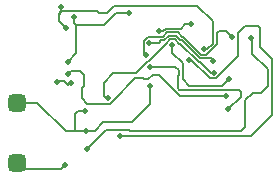
<source format=gbr>
G04*
G04 #@! TF.GenerationSoftware,Altium Limited,Altium Designer,20.0.10 (225)*
G04*
G04 Layer_Physical_Order=3*
G04 Layer_Color=36540*
%FSLAX44Y44*%
%MOMM*%
G71*
G01*
G75*
%ADD12C,0.2000*%
%ADD13C,0.1500*%
G04:AMPARAMS|DCode=31|XSize=1.5mm|YSize=1.5mm|CornerRadius=0.375mm|HoleSize=0mm|Usage=FLASHONLY|Rotation=180.000|XOffset=0mm|YOffset=0mm|HoleType=Round|Shape=RoundedRectangle|*
%AMROUNDEDRECTD31*
21,1,1.5000,0.7500,0,0,180.0*
21,1,0.7500,1.5000,0,0,180.0*
1,1,0.7500,-0.3750,0.3750*
1,1,0.7500,0.3750,0.3750*
1,1,0.7500,0.3750,-0.3750*
1,1,0.7500,-0.3750,-0.3750*
%
%ADD31ROUNDEDRECTD31*%
%ADD33C,0.5000*%
D12*
X46630Y81933D02*
X47182D01*
X47952Y82704D01*
X52697D01*
X133450Y125200D02*
X136651D01*
X159039Y79111D02*
X186936D01*
X192822Y84996D01*
X176151Y85200D02*
X181521D01*
X200450Y104129D01*
Y123700D01*
X225150Y78400D02*
Y93296D01*
X229200Y54093D02*
Y101450D01*
X211307Y36200D02*
X229200Y54093D01*
X218700Y111950D02*
X229200Y101450D01*
X219850Y73100D02*
X225150Y78400D01*
X212200Y106246D02*
X225150Y93296D01*
X212550Y73100D02*
X219850D01*
X206200Y66750D02*
X212550Y73100D01*
X206200Y44200D02*
Y66750D01*
X212200Y106246D02*
Y118200D01*
X218700Y111950D02*
Y127950D01*
X155200Y130950D02*
X160648D01*
X151700Y127450D02*
X155200Y130950D01*
X138901Y127450D02*
X151700D01*
X144700Y106832D02*
X153206Y98325D01*
X136651Y125200D02*
X138901Y127450D01*
X144700Y106832D02*
Y113450D01*
X160651Y100700D02*
X176151Y85200D01*
X158450Y100700D02*
X160651D01*
X153206Y84944D02*
Y98325D01*
X61452Y132398D02*
Y137456D01*
X63150Y130700D02*
X86950D01*
X97200Y140950D01*
X107700D01*
X153206Y84944D02*
X159039Y79111D01*
X63150Y115321D02*
Y130700D01*
X61452Y132398D02*
X63150Y130700D01*
X58162Y81668D02*
X58789D01*
X55947Y79453D02*
X58162Y81668D01*
X52697Y82704D02*
X55947Y79453D01*
X100200Y36200D02*
X211307D01*
X202740Y40740D02*
X206200Y44200D01*
X108910Y40740D02*
X202740D01*
X108450Y41200D02*
X108910Y40740D01*
X88700Y41200D02*
X108450D01*
X72700Y25200D02*
X88700Y41200D01*
X50200Y8700D02*
X53700Y12200D01*
X12700Y8700D02*
X50200D01*
X63200Y106500D02*
Y115271D01*
X55900Y99200D02*
X63200Y106500D01*
X216950Y129700D02*
X218700Y127950D01*
X206450Y129700D02*
X216950D01*
X63150Y115321D02*
X63200Y115271D01*
X200450Y123700D02*
X206450Y129700D01*
D13*
X133197Y88453D02*
X151200Y70450D01*
X128371Y88453D02*
X133197D01*
X124368Y84450D02*
X128371Y88453D01*
X120433Y84450D02*
X124368D01*
X80700Y142206D02*
X82457Y140450D01*
X51568Y142206D02*
X80700D01*
X94915Y146450D02*
X165714D01*
X146667Y118200D02*
X150236Y114632D01*
X139164D02*
X142732Y118200D01*
X139099Y114632D02*
X139164D01*
X150236D02*
X151315D01*
X123664Y120632D02*
X136679D01*
X135382Y117632D02*
X137922D01*
X152721Y120632D02*
X153801D01*
X149153Y124200D02*
X152721Y120632D01*
X140247Y124200D02*
X149153D01*
X136679Y120632D02*
X140247Y124200D01*
X151478Y117632D02*
X152558D01*
X147910Y121200D02*
X151478Y117632D01*
X141490Y121200D02*
X147910D01*
X137922Y117632D02*
X141490Y121200D01*
X142732Y118200D02*
X146667D01*
X153801Y120632D02*
X169233Y105200D01*
X152558Y117632D02*
X167990Y102200D01*
X151315Y114632D02*
X166747Y99200D01*
X176950Y102200D02*
X178950Y100200D01*
X167990Y102200D02*
X176950D01*
X182200Y113958D02*
Y123700D01*
X173443Y105200D02*
X182200Y113958D01*
X169233Y105200D02*
X173443D01*
X167975Y99200D02*
X176975Y90200D01*
X179450D01*
X166747Y99200D02*
X167975D01*
X171200Y109950D02*
X173950D01*
X143239Y95204D02*
X147174D01*
X142735Y94700D02*
X143239Y95204D01*
X125200Y94700D02*
X142735D01*
X125200D02*
X125592Y95092D01*
Y95200D01*
X147174Y95204D02*
X149957Y92421D01*
X48605Y133745D02*
X54400Y127950D01*
X82457Y140450D02*
X88914D01*
X94915Y146450D01*
X48605Y139243D02*
X51568Y142206D01*
X165714Y146450D02*
X178700Y133464D01*
X48605Y136700D02*
Y139243D01*
Y136700D02*
Y139855D01*
X50627Y141877D01*
Y145350D01*
X54200Y40450D02*
X61950D01*
X12700Y64500D02*
X30150D01*
X54200Y40450D01*
X124417Y99950D02*
X139099Y114632D01*
X132955Y115205D02*
X135382Y117632D01*
X120205Y117173D02*
X123664Y120632D01*
X69674Y79200D02*
Y87950D01*
X56150Y88650D02*
X58703Y91204D01*
X66420D02*
X69674Y87950D01*
X58703Y91204D02*
X66420D01*
X56150Y88647D02*
Y88650D01*
X72447Y63703D02*
X92172D01*
X95204Y66735D01*
X86704Y70703D02*
X88704Y68703D01*
X95204Y67207D02*
X113197Y85200D01*
X95204Y66735D02*
Y67207D01*
X88704Y68703D02*
X90454D01*
X149200Y87730D02*
X149957Y88486D01*
X149200Y76700D02*
Y87730D01*
X149957Y88486D02*
Y92421D01*
X120205Y106945D02*
X122450Y104700D01*
X123625Y99950D02*
X124417D01*
X113412Y89738D02*
X123625Y99950D01*
X119683Y85200D02*
X120433Y84450D01*
X113197Y85200D02*
X119683D01*
X110471Y47968D02*
X125955Y63453D01*
Y78953D01*
X149200Y76700D02*
X150450Y75450D01*
X151200Y70450D02*
X190200D01*
X191700Y58950D02*
X202450Y69700D01*
X94738Y89738D02*
X113412D01*
X86704Y81704D02*
X94738Y89738D01*
X86704Y70703D02*
Y81704D01*
X67700Y77226D02*
X69674Y79200D01*
X67700Y68450D02*
Y77226D01*
Y68450D02*
X72447Y63703D01*
X86218Y47968D02*
X110471D01*
X150450Y75450D02*
X200950D01*
X178700Y114700D02*
Y133464D01*
X173950Y109950D02*
X178700Y114700D01*
X48605Y133745D02*
Y136700D01*
X120205Y106945D02*
Y117173D01*
X124956Y115205D02*
X132955D01*
X200950Y75450D02*
X202450Y73950D01*
Y69700D02*
Y73950D01*
X78700Y40450D02*
X86218Y47968D01*
X61950Y40450D02*
X71700D01*
X78700D01*
X70453Y57453D02*
X70615D01*
X61950Y40450D02*
Y54950D01*
X64452Y57453D01*
X70453D01*
X190040Y125360D02*
X194700Y120700D01*
X183860Y125360D02*
X190040D01*
X182200Y123700D02*
X183860Y125360D01*
D31*
X12700Y13700D02*
D03*
Y64500D02*
D03*
D33*
X46630Y81933D02*
D03*
X133450Y125450D02*
D03*
X192822Y84996D02*
D03*
X160648Y130950D02*
D03*
X144700Y113450D02*
D03*
X178950Y100200D02*
D03*
X158450Y100700D02*
D03*
X171200Y109950D02*
D03*
X54400Y127950D02*
D03*
X61452Y137456D02*
D03*
X50627Y145350D02*
D03*
X107700Y140950D02*
D03*
X58789Y81668D02*
D03*
X56150Y88647D02*
D03*
X90454Y68703D02*
D03*
X100200Y36200D02*
D03*
X125592Y95200D02*
D03*
X122450Y104700D02*
D03*
X125955Y78953D02*
D03*
X179450Y90200D02*
D03*
X124956Y115205D02*
D03*
X191700Y58950D02*
D03*
X53700Y12200D02*
D03*
X190200Y70450D02*
D03*
X72700Y25200D02*
D03*
X55900Y99200D02*
D03*
X210950Y119287D02*
D03*
X71700Y40450D02*
D03*
X70453Y57453D02*
D03*
X194700Y120700D02*
D03*
M02*

</source>
